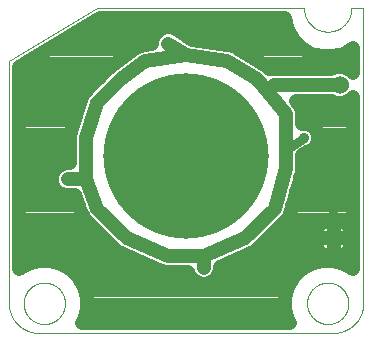
<source format=gbl>
G75*
%MOIN*%
%OFA0B0*%
%FSLAX25Y25*%
%IPPOS*%
%LPD*%
%AMOC8*
5,1,8,0,0,1.08239X$1,22.5*
%
%ADD10C,0.00000*%
%ADD11C,0.55118*%
%ADD12C,0.06000*%
%ADD13C,0.03562*%
%ADD14C,0.04724*%
%ADD15C,0.02953*%
D10*
X0013205Y0005000D02*
X0111630Y0005000D01*
X0111868Y0005003D01*
X0112106Y0005011D01*
X0112343Y0005026D01*
X0112580Y0005046D01*
X0112816Y0005072D01*
X0113052Y0005103D01*
X0113287Y0005140D01*
X0113521Y0005183D01*
X0113754Y0005232D01*
X0113986Y0005286D01*
X0114216Y0005346D01*
X0114445Y0005411D01*
X0114672Y0005482D01*
X0114897Y0005558D01*
X0115120Y0005640D01*
X0115342Y0005727D01*
X0115561Y0005819D01*
X0115778Y0005917D01*
X0115992Y0006019D01*
X0116204Y0006127D01*
X0116414Y0006241D01*
X0116620Y0006359D01*
X0116824Y0006482D01*
X0117024Y0006610D01*
X0117221Y0006742D01*
X0117416Y0006880D01*
X0117606Y0007022D01*
X0117794Y0007169D01*
X0117977Y0007320D01*
X0118157Y0007475D01*
X0118333Y0007635D01*
X0118505Y0007799D01*
X0118674Y0007968D01*
X0118838Y0008140D01*
X0118998Y0008316D01*
X0119153Y0008496D01*
X0119304Y0008679D01*
X0119451Y0008867D01*
X0119593Y0009057D01*
X0119731Y0009252D01*
X0119863Y0009449D01*
X0119991Y0009649D01*
X0120114Y0009853D01*
X0120232Y0010059D01*
X0120346Y0010269D01*
X0120454Y0010481D01*
X0120556Y0010695D01*
X0120654Y0010912D01*
X0120746Y0011131D01*
X0120833Y0011353D01*
X0120915Y0011576D01*
X0120991Y0011801D01*
X0121062Y0012028D01*
X0121127Y0012257D01*
X0121187Y0012487D01*
X0121241Y0012719D01*
X0121290Y0012952D01*
X0121333Y0013186D01*
X0121370Y0013421D01*
X0121401Y0013657D01*
X0121427Y0013893D01*
X0121447Y0014130D01*
X0121462Y0014367D01*
X0121470Y0014605D01*
X0121473Y0014843D01*
X0121472Y0014843D02*
X0121472Y0113268D01*
X0117535Y0113268D01*
X0117533Y0113076D01*
X0117526Y0112885D01*
X0117514Y0112693D01*
X0117498Y0112502D01*
X0117477Y0112312D01*
X0117451Y0112122D01*
X0117421Y0111932D01*
X0117386Y0111744D01*
X0117347Y0111556D01*
X0117303Y0111369D01*
X0117254Y0111184D01*
X0117201Y0111000D01*
X0117144Y0110817D01*
X0117082Y0110635D01*
X0117015Y0110455D01*
X0116945Y0110277D01*
X0116870Y0110100D01*
X0116790Y0109926D01*
X0116707Y0109753D01*
X0116619Y0109583D01*
X0116528Y0109414D01*
X0116432Y0109248D01*
X0116332Y0109085D01*
X0116228Y0108923D01*
X0116120Y0108765D01*
X0116009Y0108609D01*
X0115893Y0108456D01*
X0115774Y0108305D01*
X0115652Y0108158D01*
X0115525Y0108014D01*
X0115396Y0107872D01*
X0115263Y0107734D01*
X0115126Y0107599D01*
X0114986Y0107468D01*
X0114844Y0107340D01*
X0114698Y0107216D01*
X0114549Y0107095D01*
X0114397Y0106978D01*
X0114243Y0106864D01*
X0114085Y0106754D01*
X0113925Y0106649D01*
X0113763Y0106547D01*
X0113598Y0106449D01*
X0113431Y0106355D01*
X0113261Y0106265D01*
X0113090Y0106180D01*
X0112916Y0106098D01*
X0112741Y0106021D01*
X0112563Y0105948D01*
X0112384Y0105880D01*
X0112203Y0105816D01*
X0112021Y0105756D01*
X0111838Y0105701D01*
X0111653Y0105650D01*
X0111467Y0105604D01*
X0111279Y0105562D01*
X0111091Y0105525D01*
X0110902Y0105492D01*
X0110713Y0105465D01*
X0110522Y0105441D01*
X0110331Y0105423D01*
X0110140Y0105409D01*
X0109949Y0105399D01*
X0109757Y0105395D01*
X0109565Y0105395D01*
X0109373Y0105399D01*
X0109182Y0105409D01*
X0108991Y0105423D01*
X0108800Y0105441D01*
X0108609Y0105465D01*
X0108420Y0105492D01*
X0108231Y0105525D01*
X0108043Y0105562D01*
X0107855Y0105604D01*
X0107669Y0105650D01*
X0107484Y0105701D01*
X0107301Y0105756D01*
X0107119Y0105816D01*
X0106938Y0105880D01*
X0106759Y0105948D01*
X0106581Y0106021D01*
X0106406Y0106098D01*
X0106232Y0106180D01*
X0106061Y0106265D01*
X0105891Y0106355D01*
X0105724Y0106449D01*
X0105559Y0106547D01*
X0105397Y0106649D01*
X0105237Y0106754D01*
X0105079Y0106864D01*
X0104925Y0106978D01*
X0104773Y0107095D01*
X0104624Y0107216D01*
X0104478Y0107340D01*
X0104336Y0107468D01*
X0104196Y0107599D01*
X0104059Y0107734D01*
X0103926Y0107872D01*
X0103797Y0108014D01*
X0103670Y0108158D01*
X0103548Y0108305D01*
X0103429Y0108456D01*
X0103313Y0108609D01*
X0103202Y0108765D01*
X0103094Y0108923D01*
X0102990Y0109085D01*
X0102890Y0109248D01*
X0102794Y0109414D01*
X0102703Y0109583D01*
X0102615Y0109753D01*
X0102532Y0109926D01*
X0102452Y0110100D01*
X0102377Y0110277D01*
X0102307Y0110455D01*
X0102240Y0110635D01*
X0102178Y0110817D01*
X0102121Y0111000D01*
X0102068Y0111184D01*
X0102019Y0111369D01*
X0101975Y0111556D01*
X0101936Y0111744D01*
X0101901Y0111932D01*
X0101871Y0112122D01*
X0101845Y0112312D01*
X0101824Y0112502D01*
X0101808Y0112693D01*
X0101796Y0112885D01*
X0101789Y0113076D01*
X0101787Y0113268D01*
X0032890Y0113268D01*
X0003362Y0095551D01*
X0003362Y0014843D01*
X0003365Y0014605D01*
X0003373Y0014367D01*
X0003388Y0014130D01*
X0003408Y0013893D01*
X0003434Y0013657D01*
X0003465Y0013421D01*
X0003502Y0013186D01*
X0003545Y0012952D01*
X0003594Y0012719D01*
X0003648Y0012487D01*
X0003708Y0012257D01*
X0003773Y0012028D01*
X0003844Y0011801D01*
X0003920Y0011576D01*
X0004002Y0011353D01*
X0004089Y0011131D01*
X0004181Y0010912D01*
X0004279Y0010695D01*
X0004381Y0010481D01*
X0004489Y0010269D01*
X0004603Y0010059D01*
X0004721Y0009853D01*
X0004844Y0009649D01*
X0004972Y0009449D01*
X0005104Y0009252D01*
X0005242Y0009057D01*
X0005384Y0008867D01*
X0005531Y0008679D01*
X0005682Y0008496D01*
X0005837Y0008316D01*
X0005997Y0008140D01*
X0006161Y0007968D01*
X0006330Y0007799D01*
X0006502Y0007635D01*
X0006678Y0007475D01*
X0006858Y0007320D01*
X0007041Y0007169D01*
X0007229Y0007022D01*
X0007419Y0006880D01*
X0007614Y0006742D01*
X0007811Y0006610D01*
X0008011Y0006482D01*
X0008215Y0006359D01*
X0008421Y0006241D01*
X0008631Y0006127D01*
X0008843Y0006019D01*
X0009057Y0005917D01*
X0009274Y0005819D01*
X0009493Y0005727D01*
X0009715Y0005640D01*
X0009938Y0005558D01*
X0010163Y0005482D01*
X0010390Y0005411D01*
X0010619Y0005346D01*
X0010849Y0005286D01*
X0011081Y0005232D01*
X0011314Y0005183D01*
X0011548Y0005140D01*
X0011783Y0005103D01*
X0012019Y0005072D01*
X0012255Y0005046D01*
X0012492Y0005026D01*
X0012729Y0005011D01*
X0012967Y0005003D01*
X0013205Y0005000D01*
X0008283Y0014843D02*
X0008285Y0015012D01*
X0008291Y0015181D01*
X0008302Y0015350D01*
X0008316Y0015518D01*
X0008335Y0015686D01*
X0008358Y0015854D01*
X0008384Y0016021D01*
X0008415Y0016187D01*
X0008450Y0016353D01*
X0008489Y0016517D01*
X0008533Y0016681D01*
X0008580Y0016843D01*
X0008631Y0017004D01*
X0008686Y0017164D01*
X0008745Y0017323D01*
X0008807Y0017480D01*
X0008874Y0017635D01*
X0008945Y0017789D01*
X0009019Y0017941D01*
X0009097Y0018091D01*
X0009178Y0018239D01*
X0009263Y0018385D01*
X0009352Y0018529D01*
X0009444Y0018671D01*
X0009540Y0018810D01*
X0009639Y0018947D01*
X0009741Y0019082D01*
X0009847Y0019214D01*
X0009956Y0019343D01*
X0010068Y0019470D01*
X0010183Y0019594D01*
X0010301Y0019715D01*
X0010422Y0019833D01*
X0010546Y0019948D01*
X0010673Y0020060D01*
X0010802Y0020169D01*
X0010934Y0020275D01*
X0011069Y0020377D01*
X0011206Y0020476D01*
X0011345Y0020572D01*
X0011487Y0020664D01*
X0011631Y0020753D01*
X0011777Y0020838D01*
X0011925Y0020919D01*
X0012075Y0020997D01*
X0012227Y0021071D01*
X0012381Y0021142D01*
X0012536Y0021209D01*
X0012693Y0021271D01*
X0012852Y0021330D01*
X0013012Y0021385D01*
X0013173Y0021436D01*
X0013335Y0021483D01*
X0013499Y0021527D01*
X0013663Y0021566D01*
X0013829Y0021601D01*
X0013995Y0021632D01*
X0014162Y0021658D01*
X0014330Y0021681D01*
X0014498Y0021700D01*
X0014666Y0021714D01*
X0014835Y0021725D01*
X0015004Y0021731D01*
X0015173Y0021733D01*
X0015342Y0021731D01*
X0015511Y0021725D01*
X0015680Y0021714D01*
X0015848Y0021700D01*
X0016016Y0021681D01*
X0016184Y0021658D01*
X0016351Y0021632D01*
X0016517Y0021601D01*
X0016683Y0021566D01*
X0016847Y0021527D01*
X0017011Y0021483D01*
X0017173Y0021436D01*
X0017334Y0021385D01*
X0017494Y0021330D01*
X0017653Y0021271D01*
X0017810Y0021209D01*
X0017965Y0021142D01*
X0018119Y0021071D01*
X0018271Y0020997D01*
X0018421Y0020919D01*
X0018569Y0020838D01*
X0018715Y0020753D01*
X0018859Y0020664D01*
X0019001Y0020572D01*
X0019140Y0020476D01*
X0019277Y0020377D01*
X0019412Y0020275D01*
X0019544Y0020169D01*
X0019673Y0020060D01*
X0019800Y0019948D01*
X0019924Y0019833D01*
X0020045Y0019715D01*
X0020163Y0019594D01*
X0020278Y0019470D01*
X0020390Y0019343D01*
X0020499Y0019214D01*
X0020605Y0019082D01*
X0020707Y0018947D01*
X0020806Y0018810D01*
X0020902Y0018671D01*
X0020994Y0018529D01*
X0021083Y0018385D01*
X0021168Y0018239D01*
X0021249Y0018091D01*
X0021327Y0017941D01*
X0021401Y0017789D01*
X0021472Y0017635D01*
X0021539Y0017480D01*
X0021601Y0017323D01*
X0021660Y0017164D01*
X0021715Y0017004D01*
X0021766Y0016843D01*
X0021813Y0016681D01*
X0021857Y0016517D01*
X0021896Y0016353D01*
X0021931Y0016187D01*
X0021962Y0016021D01*
X0021988Y0015854D01*
X0022011Y0015686D01*
X0022030Y0015518D01*
X0022044Y0015350D01*
X0022055Y0015181D01*
X0022061Y0015012D01*
X0022063Y0014843D01*
X0022061Y0014674D01*
X0022055Y0014505D01*
X0022044Y0014336D01*
X0022030Y0014168D01*
X0022011Y0014000D01*
X0021988Y0013832D01*
X0021962Y0013665D01*
X0021931Y0013499D01*
X0021896Y0013333D01*
X0021857Y0013169D01*
X0021813Y0013005D01*
X0021766Y0012843D01*
X0021715Y0012682D01*
X0021660Y0012522D01*
X0021601Y0012363D01*
X0021539Y0012206D01*
X0021472Y0012051D01*
X0021401Y0011897D01*
X0021327Y0011745D01*
X0021249Y0011595D01*
X0021168Y0011447D01*
X0021083Y0011301D01*
X0020994Y0011157D01*
X0020902Y0011015D01*
X0020806Y0010876D01*
X0020707Y0010739D01*
X0020605Y0010604D01*
X0020499Y0010472D01*
X0020390Y0010343D01*
X0020278Y0010216D01*
X0020163Y0010092D01*
X0020045Y0009971D01*
X0019924Y0009853D01*
X0019800Y0009738D01*
X0019673Y0009626D01*
X0019544Y0009517D01*
X0019412Y0009411D01*
X0019277Y0009309D01*
X0019140Y0009210D01*
X0019001Y0009114D01*
X0018859Y0009022D01*
X0018715Y0008933D01*
X0018569Y0008848D01*
X0018421Y0008767D01*
X0018271Y0008689D01*
X0018119Y0008615D01*
X0017965Y0008544D01*
X0017810Y0008477D01*
X0017653Y0008415D01*
X0017494Y0008356D01*
X0017334Y0008301D01*
X0017173Y0008250D01*
X0017011Y0008203D01*
X0016847Y0008159D01*
X0016683Y0008120D01*
X0016517Y0008085D01*
X0016351Y0008054D01*
X0016184Y0008028D01*
X0016016Y0008005D01*
X0015848Y0007986D01*
X0015680Y0007972D01*
X0015511Y0007961D01*
X0015342Y0007955D01*
X0015173Y0007953D01*
X0015004Y0007955D01*
X0014835Y0007961D01*
X0014666Y0007972D01*
X0014498Y0007986D01*
X0014330Y0008005D01*
X0014162Y0008028D01*
X0013995Y0008054D01*
X0013829Y0008085D01*
X0013663Y0008120D01*
X0013499Y0008159D01*
X0013335Y0008203D01*
X0013173Y0008250D01*
X0013012Y0008301D01*
X0012852Y0008356D01*
X0012693Y0008415D01*
X0012536Y0008477D01*
X0012381Y0008544D01*
X0012227Y0008615D01*
X0012075Y0008689D01*
X0011925Y0008767D01*
X0011777Y0008848D01*
X0011631Y0008933D01*
X0011487Y0009022D01*
X0011345Y0009114D01*
X0011206Y0009210D01*
X0011069Y0009309D01*
X0010934Y0009411D01*
X0010802Y0009517D01*
X0010673Y0009626D01*
X0010546Y0009738D01*
X0010422Y0009853D01*
X0010301Y0009971D01*
X0010183Y0010092D01*
X0010068Y0010216D01*
X0009956Y0010343D01*
X0009847Y0010472D01*
X0009741Y0010604D01*
X0009639Y0010739D01*
X0009540Y0010876D01*
X0009444Y0011015D01*
X0009352Y0011157D01*
X0009263Y0011301D01*
X0009178Y0011447D01*
X0009097Y0011595D01*
X0009019Y0011745D01*
X0008945Y0011897D01*
X0008874Y0012051D01*
X0008807Y0012206D01*
X0008745Y0012363D01*
X0008686Y0012522D01*
X0008631Y0012682D01*
X0008580Y0012843D01*
X0008533Y0013005D01*
X0008489Y0013169D01*
X0008450Y0013333D01*
X0008415Y0013499D01*
X0008384Y0013665D01*
X0008358Y0013832D01*
X0008335Y0014000D01*
X0008316Y0014168D01*
X0008302Y0014336D01*
X0008291Y0014505D01*
X0008285Y0014674D01*
X0008283Y0014843D01*
X0102771Y0014843D02*
X0102773Y0015012D01*
X0102779Y0015181D01*
X0102790Y0015350D01*
X0102804Y0015518D01*
X0102823Y0015686D01*
X0102846Y0015854D01*
X0102872Y0016021D01*
X0102903Y0016187D01*
X0102938Y0016353D01*
X0102977Y0016517D01*
X0103021Y0016681D01*
X0103068Y0016843D01*
X0103119Y0017004D01*
X0103174Y0017164D01*
X0103233Y0017323D01*
X0103295Y0017480D01*
X0103362Y0017635D01*
X0103433Y0017789D01*
X0103507Y0017941D01*
X0103585Y0018091D01*
X0103666Y0018239D01*
X0103751Y0018385D01*
X0103840Y0018529D01*
X0103932Y0018671D01*
X0104028Y0018810D01*
X0104127Y0018947D01*
X0104229Y0019082D01*
X0104335Y0019214D01*
X0104444Y0019343D01*
X0104556Y0019470D01*
X0104671Y0019594D01*
X0104789Y0019715D01*
X0104910Y0019833D01*
X0105034Y0019948D01*
X0105161Y0020060D01*
X0105290Y0020169D01*
X0105422Y0020275D01*
X0105557Y0020377D01*
X0105694Y0020476D01*
X0105833Y0020572D01*
X0105975Y0020664D01*
X0106119Y0020753D01*
X0106265Y0020838D01*
X0106413Y0020919D01*
X0106563Y0020997D01*
X0106715Y0021071D01*
X0106869Y0021142D01*
X0107024Y0021209D01*
X0107181Y0021271D01*
X0107340Y0021330D01*
X0107500Y0021385D01*
X0107661Y0021436D01*
X0107823Y0021483D01*
X0107987Y0021527D01*
X0108151Y0021566D01*
X0108317Y0021601D01*
X0108483Y0021632D01*
X0108650Y0021658D01*
X0108818Y0021681D01*
X0108986Y0021700D01*
X0109154Y0021714D01*
X0109323Y0021725D01*
X0109492Y0021731D01*
X0109661Y0021733D01*
X0109830Y0021731D01*
X0109999Y0021725D01*
X0110168Y0021714D01*
X0110336Y0021700D01*
X0110504Y0021681D01*
X0110672Y0021658D01*
X0110839Y0021632D01*
X0111005Y0021601D01*
X0111171Y0021566D01*
X0111335Y0021527D01*
X0111499Y0021483D01*
X0111661Y0021436D01*
X0111822Y0021385D01*
X0111982Y0021330D01*
X0112141Y0021271D01*
X0112298Y0021209D01*
X0112453Y0021142D01*
X0112607Y0021071D01*
X0112759Y0020997D01*
X0112909Y0020919D01*
X0113057Y0020838D01*
X0113203Y0020753D01*
X0113347Y0020664D01*
X0113489Y0020572D01*
X0113628Y0020476D01*
X0113765Y0020377D01*
X0113900Y0020275D01*
X0114032Y0020169D01*
X0114161Y0020060D01*
X0114288Y0019948D01*
X0114412Y0019833D01*
X0114533Y0019715D01*
X0114651Y0019594D01*
X0114766Y0019470D01*
X0114878Y0019343D01*
X0114987Y0019214D01*
X0115093Y0019082D01*
X0115195Y0018947D01*
X0115294Y0018810D01*
X0115390Y0018671D01*
X0115482Y0018529D01*
X0115571Y0018385D01*
X0115656Y0018239D01*
X0115737Y0018091D01*
X0115815Y0017941D01*
X0115889Y0017789D01*
X0115960Y0017635D01*
X0116027Y0017480D01*
X0116089Y0017323D01*
X0116148Y0017164D01*
X0116203Y0017004D01*
X0116254Y0016843D01*
X0116301Y0016681D01*
X0116345Y0016517D01*
X0116384Y0016353D01*
X0116419Y0016187D01*
X0116450Y0016021D01*
X0116476Y0015854D01*
X0116499Y0015686D01*
X0116518Y0015518D01*
X0116532Y0015350D01*
X0116543Y0015181D01*
X0116549Y0015012D01*
X0116551Y0014843D01*
X0116549Y0014674D01*
X0116543Y0014505D01*
X0116532Y0014336D01*
X0116518Y0014168D01*
X0116499Y0014000D01*
X0116476Y0013832D01*
X0116450Y0013665D01*
X0116419Y0013499D01*
X0116384Y0013333D01*
X0116345Y0013169D01*
X0116301Y0013005D01*
X0116254Y0012843D01*
X0116203Y0012682D01*
X0116148Y0012522D01*
X0116089Y0012363D01*
X0116027Y0012206D01*
X0115960Y0012051D01*
X0115889Y0011897D01*
X0115815Y0011745D01*
X0115737Y0011595D01*
X0115656Y0011447D01*
X0115571Y0011301D01*
X0115482Y0011157D01*
X0115390Y0011015D01*
X0115294Y0010876D01*
X0115195Y0010739D01*
X0115093Y0010604D01*
X0114987Y0010472D01*
X0114878Y0010343D01*
X0114766Y0010216D01*
X0114651Y0010092D01*
X0114533Y0009971D01*
X0114412Y0009853D01*
X0114288Y0009738D01*
X0114161Y0009626D01*
X0114032Y0009517D01*
X0113900Y0009411D01*
X0113765Y0009309D01*
X0113628Y0009210D01*
X0113489Y0009114D01*
X0113347Y0009022D01*
X0113203Y0008933D01*
X0113057Y0008848D01*
X0112909Y0008767D01*
X0112759Y0008689D01*
X0112607Y0008615D01*
X0112453Y0008544D01*
X0112298Y0008477D01*
X0112141Y0008415D01*
X0111982Y0008356D01*
X0111822Y0008301D01*
X0111661Y0008250D01*
X0111499Y0008203D01*
X0111335Y0008159D01*
X0111171Y0008120D01*
X0111005Y0008085D01*
X0110839Y0008054D01*
X0110672Y0008028D01*
X0110504Y0008005D01*
X0110336Y0007986D01*
X0110168Y0007972D01*
X0109999Y0007961D01*
X0109830Y0007955D01*
X0109661Y0007953D01*
X0109492Y0007955D01*
X0109323Y0007961D01*
X0109154Y0007972D01*
X0108986Y0007986D01*
X0108818Y0008005D01*
X0108650Y0008028D01*
X0108483Y0008054D01*
X0108317Y0008085D01*
X0108151Y0008120D01*
X0107987Y0008159D01*
X0107823Y0008203D01*
X0107661Y0008250D01*
X0107500Y0008301D01*
X0107340Y0008356D01*
X0107181Y0008415D01*
X0107024Y0008477D01*
X0106869Y0008544D01*
X0106715Y0008615D01*
X0106563Y0008689D01*
X0106413Y0008767D01*
X0106265Y0008848D01*
X0106119Y0008933D01*
X0105975Y0009022D01*
X0105833Y0009114D01*
X0105694Y0009210D01*
X0105557Y0009309D01*
X0105422Y0009411D01*
X0105290Y0009517D01*
X0105161Y0009626D01*
X0105034Y0009738D01*
X0104910Y0009853D01*
X0104789Y0009971D01*
X0104671Y0010092D01*
X0104556Y0010216D01*
X0104444Y0010343D01*
X0104335Y0010472D01*
X0104229Y0010604D01*
X0104127Y0010739D01*
X0104028Y0010876D01*
X0103932Y0011015D01*
X0103840Y0011157D01*
X0103751Y0011301D01*
X0103666Y0011447D01*
X0103585Y0011595D01*
X0103507Y0011745D01*
X0103433Y0011897D01*
X0103362Y0012051D01*
X0103295Y0012206D01*
X0103233Y0012363D01*
X0103174Y0012522D01*
X0103119Y0012682D01*
X0103068Y0012843D01*
X0103021Y0013005D01*
X0102977Y0013169D01*
X0102938Y0013333D01*
X0102903Y0013499D01*
X0102872Y0013665D01*
X0102846Y0013832D01*
X0102823Y0014000D01*
X0102804Y0014168D01*
X0102790Y0014336D01*
X0102779Y0014505D01*
X0102773Y0014674D01*
X0102771Y0014843D01*
D11*
X0062417Y0064055D03*
D12*
X0111630Y0036496D03*
X0113598Y0087677D03*
D13*
X0105724Y0075866D03*
X0101787Y0069961D03*
X0056512Y0101457D03*
X0038795Y0103425D03*
X0023047Y0056181D03*
X0023047Y0040433D03*
X0068323Y0026654D03*
X0086039Y0024685D03*
D14*
X0077229Y0028615D02*
X0106298Y0028615D01*
X0107795Y0029016D02*
X0104191Y0028050D01*
X0100959Y0026184D01*
X0098320Y0023545D01*
X0096454Y0020313D01*
X0095488Y0016708D01*
X0095488Y0012977D01*
X0096454Y0009372D01*
X0097037Y0008362D01*
X0027798Y0008362D01*
X0028381Y0009372D01*
X0029346Y0012977D01*
X0029346Y0016708D01*
X0028381Y0020313D01*
X0026515Y0023545D01*
X0023876Y0026184D01*
X0020644Y0028050D01*
X0017039Y0029016D01*
X0013307Y0029016D01*
X0009703Y0028050D01*
X0006724Y0026330D01*
X0006724Y0093648D01*
X0033821Y0109906D01*
X0095488Y0109906D01*
X0095488Y0109433D01*
X0096454Y0105829D01*
X0098320Y0102597D01*
X0100959Y0099958D01*
X0104191Y0098092D01*
X0107795Y0097126D01*
X0111527Y0097126D01*
X0115132Y0098092D01*
X0118110Y0099811D01*
X0118110Y0091597D01*
X0116976Y0092732D01*
X0114784Y0093639D01*
X0112412Y0093639D01*
X0110873Y0093002D01*
X0090821Y0093002D01*
X0090340Y0092802D01*
X0090227Y0092938D01*
X0089687Y0093666D01*
X0089552Y0093747D01*
X0089452Y0093868D01*
X0088648Y0094289D01*
X0079831Y0099580D01*
X0079821Y0099593D01*
X0078923Y0100125D01*
X0078028Y0100662D01*
X0078012Y0100664D01*
X0077998Y0100672D01*
X0076965Y0100820D01*
X0075933Y0100973D01*
X0075917Y0100970D01*
X0064366Y0102620D01*
X0058584Y0106474D01*
X0056506Y0106885D01*
X0054429Y0106470D01*
X0052669Y0105291D01*
X0051494Y0103529D01*
X0051083Y0101451D01*
X0051117Y0101284D01*
X0048638Y0100930D01*
X0048342Y0100972D01*
X0047598Y0100781D01*
X0046836Y0100672D01*
X0046580Y0100520D01*
X0046290Y0100446D01*
X0045675Y0099985D01*
X0045014Y0099593D01*
X0044835Y0099354D01*
X0038106Y0094308D01*
X0037748Y0094159D01*
X0037266Y0093678D01*
X0036722Y0093270D01*
X0036524Y0092936D01*
X0029736Y0086148D01*
X0029561Y0086060D01*
X0028991Y0085403D01*
X0028376Y0084788D01*
X0028301Y0084607D01*
X0028173Y0084460D01*
X0027898Y0083635D01*
X0027565Y0082831D01*
X0027565Y0082636D01*
X0023961Y0071824D01*
X0023628Y0071020D01*
X0023628Y0070825D01*
X0023567Y0070640D01*
X0023628Y0069772D01*
X0023628Y0061505D01*
X0021988Y0061505D01*
X0020031Y0060695D01*
X0018533Y0059197D01*
X0017723Y0057240D01*
X0017723Y0055122D01*
X0018533Y0053165D01*
X0020031Y0051667D01*
X0021988Y0050857D01*
X0025348Y0050857D01*
X0027565Y0045313D01*
X0027565Y0045279D01*
X0027958Y0044331D01*
X0028340Y0043378D01*
X0028363Y0043354D01*
X0028376Y0043323D01*
X0029102Y0042597D01*
X0029819Y0041862D01*
X0029850Y0041849D01*
X0038944Y0032754D01*
X0039661Y0032019D01*
X0039692Y0032006D01*
X0039716Y0031982D01*
X0040665Y0031589D01*
X0053472Y0026101D01*
X0053496Y0026077D01*
X0054444Y0025684D01*
X0055388Y0025279D01*
X0055422Y0025279D01*
X0055453Y0025266D01*
X0056480Y0025266D01*
X0057506Y0025254D01*
X0057537Y0025266D01*
X0063134Y0025266D01*
X0063809Y0023637D01*
X0065307Y0022140D01*
X0067264Y0021329D01*
X0069382Y0021329D01*
X0071339Y0022140D01*
X0072837Y0023637D01*
X0073647Y0025594D01*
X0073647Y0027080D01*
X0084170Y0031589D01*
X0085118Y0031982D01*
X0085142Y0032006D01*
X0085173Y0032019D01*
X0085890Y0032754D01*
X0095183Y0042046D01*
X0095456Y0042199D01*
X0095925Y0042789D01*
X0096459Y0043323D01*
X0096579Y0043612D01*
X0096773Y0043858D01*
X0096981Y0044583D01*
X0097269Y0045279D01*
X0097269Y0045593D01*
X0100918Y0058362D01*
X0101206Y0059059D01*
X0101206Y0059372D01*
X0101292Y0059674D01*
X0101206Y0060423D01*
X0101206Y0064239D01*
X0102674Y0065217D01*
X0102731Y0065217D01*
X0104474Y0065939D01*
X0105809Y0067274D01*
X0106531Y0069017D01*
X0106531Y0070904D01*
X0105809Y0072647D01*
X0104474Y0073982D01*
X0102731Y0074704D01*
X0101206Y0074704D01*
X0101206Y0077593D01*
X0101280Y0078407D01*
X0101206Y0078645D01*
X0101206Y0078894D01*
X0100893Y0079649D01*
X0100650Y0080430D01*
X0100491Y0080621D01*
X0100396Y0080851D01*
X0099818Y0081429D01*
X0099048Y0082353D01*
X0110873Y0082353D01*
X0112412Y0081715D01*
X0114784Y0081715D01*
X0116976Y0082623D01*
X0118110Y0083757D01*
X0118110Y0026330D01*
X0115132Y0028050D01*
X0111527Y0029016D01*
X0107795Y0029016D01*
X0108295Y0031055D02*
X0109188Y0030600D01*
X0110140Y0030291D01*
X0111129Y0030134D01*
X0111630Y0030134D01*
X0112131Y0030134D01*
X0113120Y0030291D01*
X0114072Y0030600D01*
X0114964Y0031055D01*
X0115775Y0031643D01*
X0116483Y0032351D01*
X0117071Y0033162D01*
X0117526Y0034054D01*
X0117835Y0035006D01*
X0117992Y0035995D01*
X0117992Y0036496D01*
X0111630Y0036496D01*
X0111630Y0036496D01*
X0111630Y0030134D01*
X0111630Y0036496D01*
X0111630Y0036496D01*
X0117992Y0036496D01*
X0117992Y0036997D01*
X0117835Y0037986D01*
X0117526Y0038938D01*
X0117071Y0039831D01*
X0116483Y0040641D01*
X0115775Y0041349D01*
X0114964Y0041938D01*
X0114072Y0042392D01*
X0113120Y0042702D01*
X0112131Y0042858D01*
X0111630Y0042858D01*
X0111630Y0036496D01*
X0111630Y0036496D01*
X0105268Y0036496D01*
X0105268Y0035995D01*
X0105424Y0035006D01*
X0105734Y0034054D01*
X0106188Y0033162D01*
X0106777Y0032351D01*
X0107485Y0031643D01*
X0108295Y0031055D01*
X0106099Y0033338D02*
X0086474Y0033338D01*
X0082102Y0036496D02*
X0068323Y0030591D01*
X0068323Y0026654D01*
X0072942Y0023892D02*
X0098667Y0023892D01*
X0096147Y0019169D02*
X0028687Y0019169D01*
X0029346Y0014446D02*
X0095488Y0014446D01*
X0096360Y0009723D02*
X0028475Y0009723D01*
X0026168Y0023892D02*
X0063704Y0023892D01*
X0068323Y0030591D02*
X0056512Y0030591D01*
X0042732Y0036496D01*
X0032890Y0046339D01*
X0028953Y0056181D01*
X0023047Y0056181D01*
X0019469Y0052229D02*
X0006724Y0052229D01*
X0006724Y0056952D02*
X0017723Y0056952D01*
X0023628Y0061675D02*
X0006724Y0061675D01*
X0006724Y0066398D02*
X0023628Y0066398D01*
X0023670Y0071121D02*
X0006724Y0071121D01*
X0006724Y0075844D02*
X0025301Y0075844D01*
X0026876Y0080567D02*
X0006724Y0080567D01*
X0006724Y0085290D02*
X0028878Y0085290D01*
X0032890Y0081772D02*
X0028953Y0069961D01*
X0028953Y0056181D01*
X0026688Y0047506D02*
X0006724Y0047506D01*
X0006724Y0042783D02*
X0028915Y0042783D01*
X0033638Y0038060D02*
X0006724Y0038060D01*
X0006724Y0033338D02*
X0038361Y0033338D01*
X0047606Y0028615D02*
X0018536Y0028615D01*
X0011810Y0028615D02*
X0006724Y0028615D01*
X0032890Y0081772D02*
X0040764Y0089646D01*
X0048638Y0095551D01*
X0062417Y0097520D01*
X0056512Y0101457D01*
X0051929Y0104181D02*
X0024281Y0104181D01*
X0032152Y0108904D02*
X0095630Y0108904D01*
X0097405Y0104181D02*
X0062024Y0104181D01*
X0062417Y0097520D02*
X0076197Y0095551D01*
X0086039Y0089646D01*
X0089589Y0085386D01*
X0091880Y0087677D01*
X0113598Y0087677D01*
X0118110Y0094735D02*
X0087905Y0094735D01*
X0080034Y0099458D02*
X0101824Y0099458D01*
X0117499Y0099458D02*
X0118110Y0099458D01*
X0118110Y0080567D02*
X0100536Y0080567D01*
X0101206Y0075844D02*
X0118110Y0075844D01*
X0118110Y0071121D02*
X0106441Y0071121D01*
X0105724Y0075866D02*
X0109661Y0075866D01*
X0104933Y0066398D02*
X0118110Y0066398D01*
X0118110Y0061675D02*
X0101206Y0061675D01*
X0095882Y0060118D02*
X0095882Y0066024D01*
X0095882Y0077835D01*
X0089589Y0085386D01*
X0095882Y0060118D02*
X0091945Y0046339D01*
X0082102Y0036496D01*
X0091197Y0038060D02*
X0105449Y0038060D01*
X0105424Y0037986D02*
X0105268Y0036997D01*
X0105268Y0036496D01*
X0111630Y0036496D01*
X0111630Y0036496D01*
X0111630Y0042858D01*
X0111129Y0042858D01*
X0110140Y0042702D01*
X0109188Y0042392D01*
X0108295Y0041938D01*
X0107485Y0041349D01*
X0106777Y0040641D01*
X0106188Y0039831D01*
X0105734Y0038938D01*
X0105424Y0037986D01*
X0111630Y0038060D02*
X0111630Y0038060D01*
X0111630Y0033338D02*
X0111630Y0033338D01*
X0113024Y0028615D02*
X0118110Y0028615D01*
X0118110Y0033338D02*
X0117161Y0033338D01*
X0117811Y0038060D02*
X0118110Y0038060D01*
X0118110Y0042783D02*
X0112603Y0042783D01*
X0111630Y0042783D02*
X0111630Y0042783D01*
X0110656Y0042783D02*
X0095921Y0042783D01*
X0097816Y0047506D02*
X0118110Y0047506D01*
X0118110Y0052229D02*
X0099165Y0052229D01*
X0100515Y0056952D02*
X0118110Y0056952D01*
X0044913Y0099458D02*
X0016409Y0099458D01*
X0008538Y0094735D02*
X0038676Y0094735D01*
X0033601Y0090013D02*
X0006724Y0090013D01*
X0034858Y0103425D02*
X0038795Y0103425D01*
D15*
X0095882Y0066024D02*
X0101787Y0069961D01*
M02*

</source>
